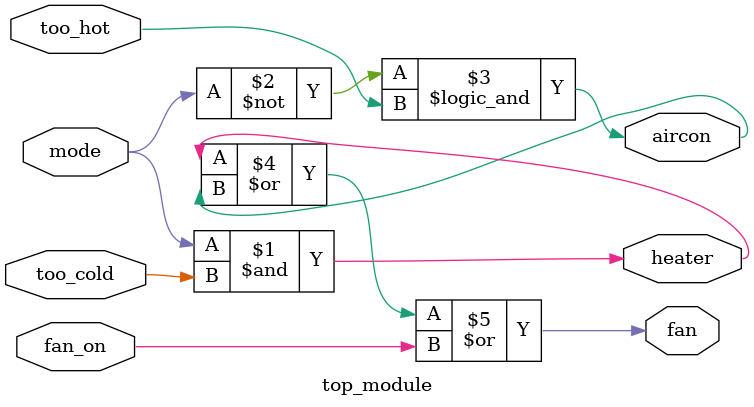
<source format=v>
module top_module (
    input too_cold,
    input too_hot,
    input mode,
    input fan_on,
    output heater,
    output aircon,
    output fan
); 
    
    assign heater = (mode & too_cold);
    assign aircon = (mode == 0 && too_hot);
    assign fan = (heater | aircon | fan_on);
       
endmodule

</source>
